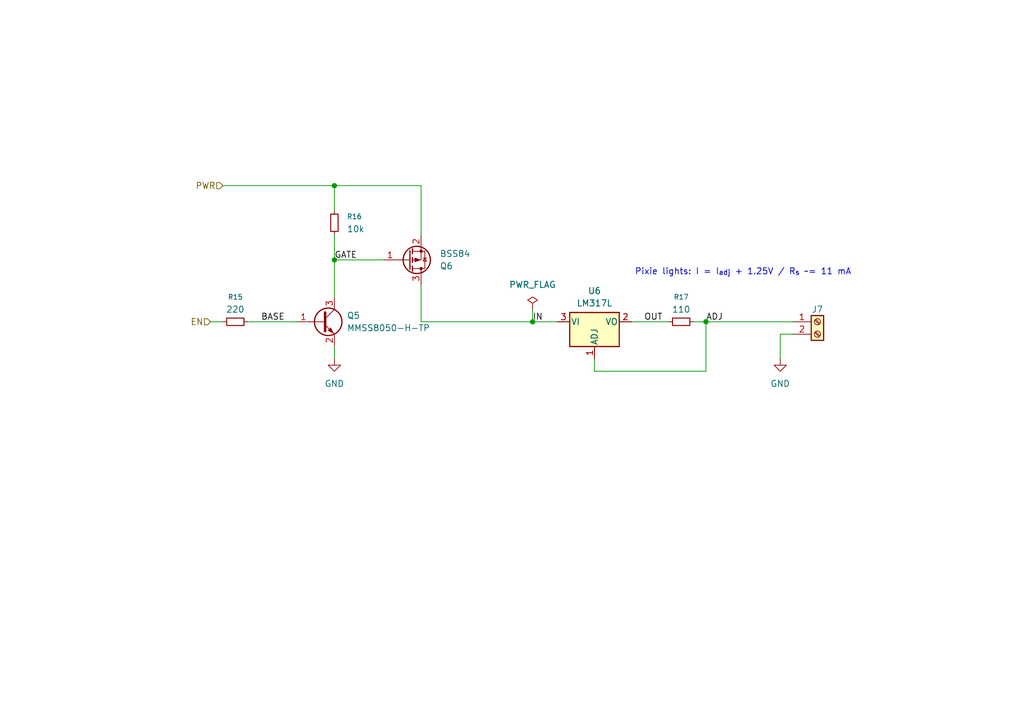
<source format=kicad_sch>
(kicad_sch (version 20250114) (generator "eeschema") (generator_version "9.0")
  (paper "A5")
  (title_block (title "Current Source Output") (date "2025-11-02") (company "Marcel Robitaille"))
  (lib_symbols
    (symbol "Connector:Screw_Terminal_01x02" (pin_names (offset 1.016) (hide yes))
      (property "Reference" "J" (at 0 2.54 0))
      (property "Value" "Screw_Terminal_01x02" (at 0 -5.08 0))
      (symbol "Screw_Terminal_01x02_1_1"
        (rectangle (start -1.27 1.27) (end 1.27 -3.81) (stroke (width 0.254)) (fill (type background)))
        (polyline (pts (xy -0.5334 0.3302) (xy 0.3302 -0.508)) (stroke (width 0.1524)))
        (polyline (pts (xy -0.5334 -2.2098) (xy 0.3302 -3.048)) (stroke (width 0.1524)))
        (polyline (pts (xy -0.3556 0.508) (xy 0.508 -0.3302)) (stroke (width 0.1524)))
        (polyline (pts (xy -0.3556 -2.032) (xy 0.508 -2.8702)) (stroke (width 0.1524)))
        (circle (center 0 0) (radius 0.635) (stroke (width 0.1524)))
        (circle (center 0 -2.54) (radius 0.635) (stroke (width 0.1524)))
        (pin passive line (at -5.08 0 0) (length 3.81) (name "Pin_1") (number "1"))
        (pin passive line (at -5.08 -2.54 0) (length 3.81) (name "Pin_2") (number "2"))
      )
    )
    (symbol "Device:R_Small" (pin_numbers (hide yes)) (pin_names (offset 0.254) (hide yes))
      (property "Reference" "R" (at 0 0 90))
      (property "Value" "R_Small" (at 1.778 0 90))
      (symbol "R_Small_0_1"
        (rectangle (start -0.762 1.778) (end 0.762 -1.778) (stroke (width 0.2032)))
      )
      (symbol "R_Small_1_1"
        (pin passive line (at 0 2.54 270) (length 0.762) (name "~") (number "1"))
        (pin passive line (at 0 -2.54 90) (length 0.762) (name "~") (number "2"))
      )
    )
    (symbol "Regulator_Linear:LM317L_SOT-89" (pin_names (offset 0.254))
      (property "Reference" "U" (at -3.81 3.175 0))
      (property "Value" "LM317L_SOT-89" (at 0 3.175 0))
      (symbol "LM317L_SOT-89_0_1"
        (rectangle (start -5.08 1.905) (end 5.08 -5.08) (stroke (width 0.254)) (fill (type background)))
      )
      (symbol "LM317L_SOT-89_1_1"
        (pin power_in line (at -7.62 0 0) (length 2.54) (name "VI") (number "3"))
        (pin input line (at 0 -7.62 90) (length 2.54) (name "ADJ") (number "1"))
        (pin power_out line (at 7.62 0 180) (length 2.54) (name "VO") (number "2"))
      )
    )
    (symbol "Transistor_BJT:Q_NPN_BEC" (pin_names (offset 0) (hide yes))
      (property "Reference" "Q" (at 5.08 1.27 0))
      (property "Value" "Q_NPN_BEC" (at 5.08 -1.27 0))
      (symbol "Q_NPN_BEC_0_1"
        (polyline (pts (xy -2.54 0) (xy 0.635 0)))
        (polyline (pts (xy 0.635 1.905) (xy 0.635 -1.905)) (stroke (width 0.508)))
        (circle (center 1.27 0) (radius 2.8194) (stroke (width 0.254)))
      )
      (symbol "Q_NPN_BEC_1_1"
        (polyline (pts (xy 0.635 0.635) (xy 2.54 2.54)))
        (polyline (pts (xy 0.635 -0.635) (xy 2.54 -2.54)))
        (polyline (pts (xy 1.27 -1.778) (xy 1.778 -1.27) (xy 2.286 -2.286) (xy 1.27 -1.778)) (fill (type outline)))
        (pin input line (at -5.08 0 0) (length 2.54) (name "B") (number "1"))
        (pin passive line (at 2.54 5.08 270) (length 2.54) (name "C") (number "3"))
        (pin passive line (at 2.54 -5.08 90) (length 2.54) (name "E") (number "2"))
      )
    )
    (symbol "Transistor_FET:Q_PMOS_GSD" (pin_names (offset 0) (hide yes))
      (property "Reference" "Q" (at 5.08 1.905 0))
      (property "Value" "Q_PMOS_GSD" (at 5.08 0 0))
      (symbol "Q_PMOS_GSD_0_1"
        (polyline (pts (xy 0.254 1.905) (xy 0.254 -1.905)) (stroke (width 0.254)))
        (polyline (pts (xy 0.254 0) (xy -2.54 0)))
        (polyline (pts (xy 0.762 2.286) (xy 0.762 1.27)) (stroke (width 0.254)))
        (polyline (pts (xy 0.762 1.778) (xy 3.302 1.778) (xy 3.302 -1.778) (xy 0.762 -1.778)))
        (polyline (pts (xy 0.762 0.508) (xy 0.762 -0.508)) (stroke (width 0.254)))
        (polyline (pts (xy 0.762 -1.27) (xy 0.762 -2.286)) (stroke (width 0.254)))
        (circle (center 1.651 0) (radius 2.794) (stroke (width 0.254)))
        (polyline (pts (xy 2.286 0) (xy 1.27 0.381) (xy 1.27 -0.381) (xy 2.286 0)) (fill (type outline)))
        (polyline (pts (xy 2.54 2.54) (xy 2.54 1.778)))
        (circle (center 2.54 1.778) (radius 0.254) (fill (type outline)))
        (circle (center 2.54 -1.778) (radius 0.254) (fill (type outline)))
        (polyline (pts (xy 2.54 -2.54) (xy 2.54 0) (xy 0.762 0)))
        (polyline (pts (xy 2.921 -0.381) (xy 3.683 -0.381)))
        (polyline (pts (xy 3.302 -0.381) (xy 2.921 0.254) (xy 3.683 0.254) (xy 3.302 -0.381)))
      )
      (symbol "Q_PMOS_GSD_1_1"
        (pin input line (at -5.08 0 0) (length 2.54) (name "G") (number "1"))
        (pin passive line (at 2.54 5.08 270) (length 2.54) (name "D") (number "3"))
        (pin passive line (at 2.54 -5.08 90) (length 2.54) (name "S") (number "2"))
      )
    )
    (symbol "power:GND" (power) (pin_numbers (hide yes)) (pin_names (offset 0) (hide yes))
      (property "Value" "GND" (at 0 -3.81 0))
      (symbol "GND_0_1"
        (polyline (pts (xy 0 0) (xy 0 -1.27) (xy 1.27 -1.27) (xy 0 -2.54) (xy -1.27 -1.27) (xy 0 -1.27)))
      )
      (symbol "GND_1_1"
        (pin power_in line (at 0 0 270) (length 0) (name "~") (number "1"))
      )
    )
    (symbol "power:PWR_FLAG" (power) (pin_numbers (hide yes)) (pin_names (offset 0) (hide yes))
      (property "Value" "PWR_FLAG" (at 0 3.81 0))
      (symbol "PWR_FLAG_0_0"
        (pin power_out line (at 0 0 90) (length 0) (name "~") (number "1"))
      )
      (symbol "PWR_FLAG_0_1"
        (polyline (pts (xy 0 0) (xy 0 1.27) (xy -1.016 1.905) (xy 0 2.54) (xy 1.016 1.905) (xy 0 1.27)))
      )
    )
  )
  (text "Pixie lights: I = I_{adj} + 1.25V / R_{s} ~= 11 mA" (at 152.4 55.88 0) (effects (font (size 1.27 1.27))))
  (junction (at 68.58 38.1))
  (junction (at 144.78 66.04))
  (junction (at 68.58 53.34))
  (junction (at 109.22 66.04))
  (wire (pts (xy 142.24 66.04) (xy 144.78 66.04)))
  (wire (pts (xy 144.78 66.04) (xy 162.56 66.04)))
  (wire (pts (xy 109.22 63.5) (xy 109.22 66.04)))
  (wire (pts (xy 86.36 38.1) (xy 86.36 48.26)))
  (wire (pts (xy 109.22 66.04) (xy 114.3 66.04)))
  (wire (pts (xy 68.58 53.34) (xy 68.58 60.96)))
  (wire (pts (xy 129.54 66.04) (xy 137.16 66.04)))
  (wire (pts (xy 50.8 66.04) (xy 60.96 66.04)))
  (wire (pts (xy 121.92 76.2) (xy 144.78 76.2)))
  (wire (pts (xy 160.02 73.66) (xy 160.02 68.58)))
  (wire (pts (xy 86.36 66.04) (xy 109.22 66.04)))
  (wire (pts (xy 68.58 73.66) (xy 68.58 71.12)))
  (wire (pts (xy 43.18 66.04) (xy 45.72 66.04)))
  (wire (pts (xy 144.78 76.2) (xy 144.78 66.04)))
  (wire (pts (xy 45.72 38.1) (xy 68.58 38.1)))
  (wire (pts (xy 121.92 73.66) (xy 121.92 76.2)))
  (wire (pts (xy 86.36 58.42) (xy 86.36 66.04)))
  (wire (pts (xy 160.02 68.58) (xy 162.56 68.58)))
  (wire (pts (xy 68.58 53.34) (xy 78.74 53.34)))
  (wire (pts (xy 68.58 38.1) (xy 68.58 43.18)))
  (wire (pts (xy 68.58 48.26) (xy 68.58 53.34)))
  (wire (pts (xy 68.58 38.1) (xy 86.36 38.1)))
  (label "IN" (at 109.22 66.04 0))
  (label "OUT" (at 132.08 66.04 0))
  (label "BASE" (at 58.42 66.04 180))
  (label "ADJ" (at 144.78 66.04 0))
  (label "GATE" (at 68.58 53.34 0))
  (hierarchical_label "EN" (shape input) (at 43.18 66.04 180))
  (hierarchical_label "PWR" (shape input) (at 45.72 38.1 180))
  (symbol (lib_id "power:GND") (at 160.02 73.66 0) (unit 1)
    (property "Reference" "#PWR017" (effects (hide yes)))
    (property "Value" "GND" (at 160.02 78.74 0))
    (property "Description" "Power symbol creates a global label with name \"GND\" , ground" (effects (hide yes)))
    (instances (project "lighthouse" (path "" (reference "#PWR028") (unit 1)) (path "" (reference "#PWR017") (unit 1))))
  )
  (symbol (lib_id "Device:R_Small") (at 139.7 66.04 90) (unit 1)
    (property "Reference" "R14" (at 139.7 60.96 90) (effects (font (size 1.016 1.016))))
    (property "Value" "110" (at 139.7 63.5 90))
    (property "Footprint" "Resistor_SMD:R_0805_2012Metric" (effects (hide yes)))
    (property "Description" "Resistor, small symbol" (effects (hide yes)))
    (property "MPN" "CRCW0805110RFKEA" (effects (hide yes)))
    (property "Manufacturer" "Vishay " (effects (hide yes)))
    (property "Mouser Part Number" "71-CRCW0805-110-E3" (effects (hide yes)))
    (property "Package" "0805" (effects (hide yes)))
    (property "Power" "250 mW" (effects (hide yes)))
    (property "Tolerance" "1%" (effects (hide yes)))
    (instances (project "lighthouse" (path "" (reference "R17") (unit 1)) (path "" (reference "R14") (unit 1))))
  )
  (symbol (lib_id "power:PWR_FLAG") (at 109.22 63.5 0) (unit 1)
    (property "Reference" "#FLG04" (effects (hide yes)))
    (property "Value" "PWR_FLAG" (at 109.22 58.42 0))
    (property "Description" "Special symbol for telling ERC where power comes from" (effects (hide yes)))
    (instances (project "" (path "" (reference "#FLG07") (unit 1)) (path "" (reference "#FLG04") (unit 1))))
  )
  (symbol (lib_id "Regulator_Linear:LM317L_SOT-89") (at 121.92 66.04 0) (unit 1)
    (property "Reference" "U3" (at 121.92 59.69 0))
    (property "Value" "LM317L" (at 121.92 62.23 0))
    (property "Footprint" "Package_TO_SOT_SMD:SOT-89-3" (effects (hide yes)))
    (property "Datasheet" "http://www.ti.com/lit/ds/symlink/lm317l.pdf" (effects (hide yes)))
    (property "Description" "100mA 35V Adjustable Linear Regulator, SOT-89" (effects (hide yes)))
    (property "MPN" "LM317LCPK" (effects (hide yes)))
    (property "Manufacturer" "Texas Instruments" (effects (hide yes)))
    (property "Mouser Part Number" "595-LM317LCPK" (effects (hide yes)))
    (instances (project "lighthouse" (path "" (reference "U6") (unit 1)) (path "" (reference "U3") (unit 1))))
  )
  (symbol (lib_id "Device:R_Small") (at 68.58 45.72 0) (unit 1)
    (property "Reference" "R13" (at 71.12 44.4499 0) (effects (font (size 1.016 1.016)) (justify left)))
    (property "Value" "10k" (at 71.12 46.9899 0) (effects (justify left)))
    (property "Footprint" "Resistor_SMD:R_0805_2012Metric" (effects (hide yes)))
    (property "Description" "Resistor, small symbol" (effects (hide yes)))
    (property "MPN" "CRCW080510K0JNEAC" (effects (hide yes)))
    (property "Manufacturer" "Vishay " (effects (hide yes)))
    (property "Package" "0805" (effects (hide yes)))
    (property "Power" "125mW" (effects (hide yes)))
    (property "Tolerance" "5 %" (effects (hide yes)))
    (property "Mouser Part Number" "71-CRCW080510K0JNEAC" (effects (hide yes)))
    (instances (project "lighthouse" (path "" (reference "R16") (unit 1)) (path "" (reference "R13") (unit 1))))
  )
  (symbol (lib_id "Device:R_Small") (at 48.26 66.04 90) (unit 1)
    (property "Reference" "R12" (at 48.26 60.96 90) (effects (font (size 1.016 1.016))))
    (property "Value" "220" (at 48.26 63.5 90))
    (property "Footprint" "Resistor_SMD:R_0805_2012Metric" (effects (hide yes)))
    (property "Description" "Resistor, small symbol" (effects (hide yes)))
    (property "MPN" "CRCW0805220RJNEA " (effects (hide yes)))
    (property "Manufacturer" "Vishay " (effects (hide yes)))
    (property "Mouser Part Number" "71-CRCW0805220RJNEA " (effects (hide yes)))
    (property "Package" "0805" (effects (hide yes)))
    (instances (project "lighthouse" (path "" (reference "R15") (unit 1)) (path "" (reference "R12") (unit 1))))
  )
  (symbol (lib_id "Transistor_FET:Q_PMOS_GSD") (at 83.82 53.34 0) (mirror x) (unit 1)
    (property "Reference" "Q4" (at 90.17 54.6101 0) (effects (justify left)))
    (property "Value" "BSS84" (at 90.17 52.0701 0) (effects (justify left)))
    (property "Footprint" "Package_TO_SOT_SMD:SOT-23" (effects (hide yes)))
    (property "Description" "P-MOSFET transistor, gate/source/drain" (effects (hide yes)))
    (property "Sim.Device" "PMOS" (effects (hide yes)))
    (property "Sim.Type" "VDMOS" (effects (hide yes)))
    (property "Sim.Pins" "1=D 2=G 3=S" (effects (hide yes)))
    (property "Digikey Part Number" "BSS84PH6327XTSA2CT-ND" (effects (hide yes)))
    (property "MPN" "BSS84PH6327XTSA2" (effects (hide yes)))
    (property "Manufacturer" "Infineon Technologies" (effects (hide yes)))
    (instances (project "lighthouse" (path "" (reference "Q6") (unit 1)) (path "" (reference "Q4") (unit 1))))
  )
  (symbol (lib_id "Connector:Screw_Terminal_01x02") (at 167.64 66.04 0) (unit 1)
    (property "Reference" "J4" (at 167.64 63.5 0))
    (property "Value" "TB0010-500-02GR" (effects (hide yes)))
    (property "Footprint" "lighthouse:TerminalBlock_TB0010-500-02GR_1x02_P5.00mm" (effects (hide yes)))
    (property "Description" "Generic screw terminal, single row, 01x02, script generated (kicad-library-utils/schlib/autogen/connector/)" (effects (hide yes)))
    (instances (project "lighthouse" (path "" (reference "J7") (unit 1)) (path "" (reference "J4") (unit 1))))
  )
  (symbol (lib_id "Transistor_BJT:Q_NPN_BEC") (at 66.04 66.04 0) (unit 1)
    (property "Reference" "Q3" (at 71.12 64.7699 0) (effects (justify left)))
    (property "Value" "MMSS8050-H-TP" (at 71.12 67.3099 0) (effects (justify left)))
    (property "Footprint" "Package_TO_SOT_SMD:SOT-23-3" (effects (hide yes)))
    (property "Datasheet" "https://www.mccsemi.com/pdf/Products/MMSS8050(SOT-23).pdf" (effects (hide yes)))
    (property "Description" "NPN transistor, base/emitter/collector" (effects (hide yes)))
    (property "LCSC Part Number" "C2891804" (effects (hide yes)))
    (property "MPN" "MMSS8050-H-TP" (effects (hide yes)))
    (property "Manufacturer" "MCC (Micro Commercial Components)" (effects (hide yes)))
    (property "Digikey Part Number" "MMSS8050-H-TPMSCT-ND" (effects (hide yes)))
    (instances (project "lighthouse" (path "" (reference "Q5") (unit 1)) (path "" (reference "Q3") (unit 1))))
  )
  (symbol (lib_id "power:GND") (at 68.58 73.66 0) (unit 1)
    (property "Reference" "#PWR016" (effects (hide yes)))
    (property "Value" "GND" (at 68.58 78.74 0))
    (property "Description" "Power symbol creates a global label with name \"GND\" , ground" (effects (hide yes)))
    (instances (project "lighthouse" (path "" (reference "#PWR027") (unit 1)) (path "" (reference "#PWR016") (unit 1))))
  )
)
</source>
